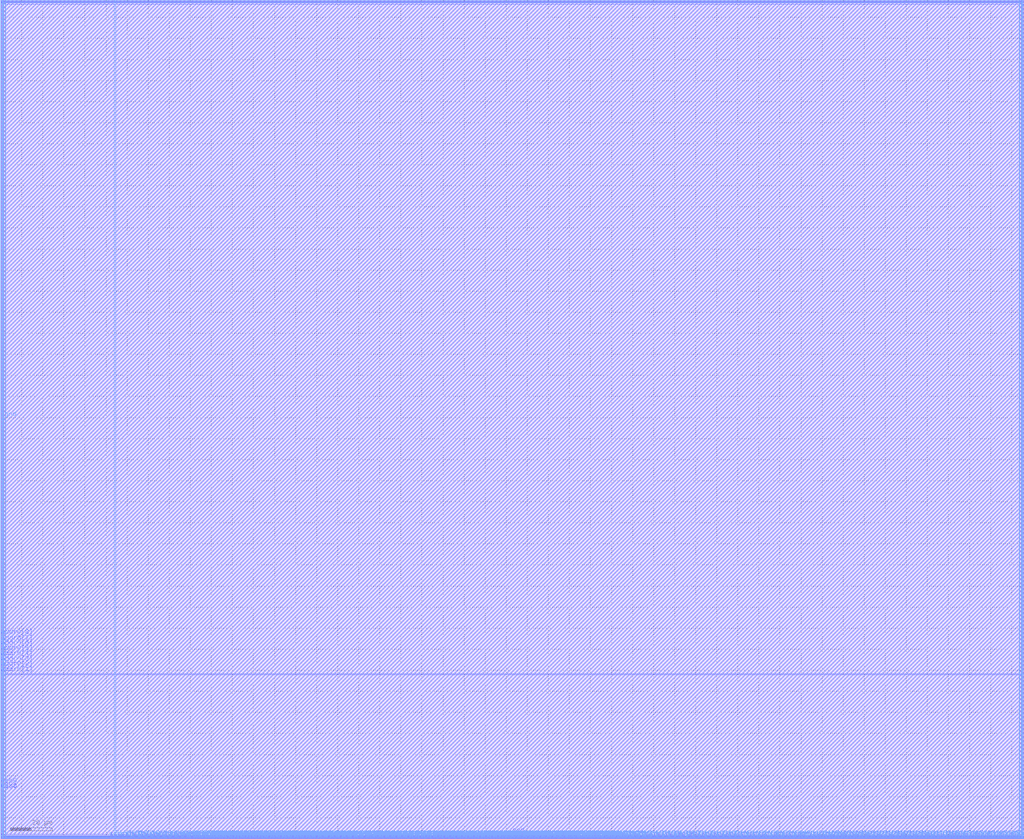
<source format=lef>
VERSION 5.4 ;
NAMESCASESENSITIVE ON ;
BUSBITCHARS "[]" ;
DIVIDERCHAR "/" ;
UNITS
  DATABASE MICRONS 2000 ;
END UNITS
MACRO sram_150b_512_1rw_freepdk45
   CLASS BLOCK ;
   SIZE 485.975 BY 398.375 ;
   SYMMETRY X Y R90 ;
   PIN din0[0]
      DIRECTION INPUT ;
      PORT
         LAYER metal4 ;
         RECT  54.1075 0.0 54.2475 0.14 ;
      END
   END din0[0]
   PIN din0[1]
      DIRECTION INPUT ;
      PORT
         LAYER metal4 ;
         RECT  56.9675 0.0 57.1075 0.14 ;
      END
   END din0[1]
   PIN din0[2]
      DIRECTION INPUT ;
      PORT
         LAYER metal4 ;
         RECT  59.8275 0.0 59.9675 0.14 ;
      END
   END din0[2]
   PIN din0[3]
      DIRECTION INPUT ;
      PORT
         LAYER metal4 ;
         RECT  62.6875 0.0 62.8275 0.14 ;
      END
   END din0[3]
   PIN din0[4]
      DIRECTION INPUT ;
      PORT
         LAYER metal4 ;
         RECT  65.5475 0.0 65.6875 0.14 ;
      END
   END din0[4]
   PIN din0[5]
      DIRECTION INPUT ;
      PORT
         LAYER metal4 ;
         RECT  68.4075 0.0 68.5475 0.14 ;
      END
   END din0[5]
   PIN din0[6]
      DIRECTION INPUT ;
      PORT
         LAYER metal4 ;
         RECT  71.2675 0.0 71.4075 0.14 ;
      END
   END din0[6]
   PIN din0[7]
      DIRECTION INPUT ;
      PORT
         LAYER metal4 ;
         RECT  74.1275 0.0 74.2675 0.14 ;
      END
   END din0[7]
   PIN din0[8]
      DIRECTION INPUT ;
      PORT
         LAYER metal4 ;
         RECT  76.9875 0.0 77.1275 0.14 ;
      END
   END din0[8]
   PIN din0[9]
      DIRECTION INPUT ;
      PORT
         LAYER metal4 ;
         RECT  79.8475 0.0 79.9875 0.14 ;
      END
   END din0[9]
   PIN din0[10]
      DIRECTION INPUT ;
      PORT
         LAYER metal4 ;
         RECT  82.7075 0.0 82.8475 0.14 ;
      END
   END din0[10]
   PIN din0[11]
      DIRECTION INPUT ;
      PORT
         LAYER metal4 ;
         RECT  85.5675 0.0 85.7075 0.14 ;
      END
   END din0[11]
   PIN din0[12]
      DIRECTION INPUT ;
      PORT
         LAYER metal4 ;
         RECT  88.4275 0.0 88.5675 0.14 ;
      END
   END din0[12]
   PIN din0[13]
      DIRECTION INPUT ;
      PORT
         LAYER metal4 ;
         RECT  91.2875 0.0 91.4275 0.14 ;
      END
   END din0[13]
   PIN din0[14]
      DIRECTION INPUT ;
      PORT
         LAYER metal4 ;
         RECT  94.1475 0.0 94.2875 0.14 ;
      END
   END din0[14]
   PIN din0[15]
      DIRECTION INPUT ;
      PORT
         LAYER metal4 ;
         RECT  97.0075 0.0 97.1475 0.14 ;
      END
   END din0[15]
   PIN din0[16]
      DIRECTION INPUT ;
      PORT
         LAYER metal4 ;
         RECT  99.8675 0.0 100.0075 0.14 ;
      END
   END din0[16]
   PIN din0[17]
      DIRECTION INPUT ;
      PORT
         LAYER metal4 ;
         RECT  102.7275 0.0 102.8675 0.14 ;
      END
   END din0[17]
   PIN din0[18]
      DIRECTION INPUT ;
      PORT
         LAYER metal4 ;
         RECT  105.5875 0.0 105.7275 0.14 ;
      END
   END din0[18]
   PIN din0[19]
      DIRECTION INPUT ;
      PORT
         LAYER metal4 ;
         RECT  108.4475 0.0 108.5875 0.14 ;
      END
   END din0[19]
   PIN din0[20]
      DIRECTION INPUT ;
      PORT
         LAYER metal4 ;
         RECT  111.3075 0.0 111.4475 0.14 ;
      END
   END din0[20]
   PIN din0[21]
      DIRECTION INPUT ;
      PORT
         LAYER metal4 ;
         RECT  114.1675 0.0 114.3075 0.14 ;
      END
   END din0[21]
   PIN din0[22]
      DIRECTION INPUT ;
      PORT
         LAYER metal4 ;
         RECT  117.0275 0.0 117.1675 0.14 ;
      END
   END din0[22]
   PIN din0[23]
      DIRECTION INPUT ;
      PORT
         LAYER metal4 ;
         RECT  119.8875 0.0 120.0275 0.14 ;
      END
   END din0[23]
   PIN din0[24]
      DIRECTION INPUT ;
      PORT
         LAYER metal4 ;
         RECT  122.7475 0.0 122.8875 0.14 ;
      END
   END din0[24]
   PIN din0[25]
      DIRECTION INPUT ;
      PORT
         LAYER metal4 ;
         RECT  125.6075 0.0 125.7475 0.14 ;
      END
   END din0[25]
   PIN din0[26]
      DIRECTION INPUT ;
      PORT
         LAYER metal4 ;
         RECT  128.4675 0.0 128.6075 0.14 ;
      END
   END din0[26]
   PIN din0[27]
      DIRECTION INPUT ;
      PORT
         LAYER metal4 ;
         RECT  131.3275 0.0 131.4675 0.14 ;
      END
   END din0[27]
   PIN din0[28]
      DIRECTION INPUT ;
      PORT
         LAYER metal4 ;
         RECT  134.1875 0.0 134.3275 0.14 ;
      END
   END din0[28]
   PIN din0[29]
      DIRECTION INPUT ;
      PORT
         LAYER metal4 ;
         RECT  137.0475 0.0 137.1875 0.14 ;
      END
   END din0[29]
   PIN din0[30]
      DIRECTION INPUT ;
      PORT
         LAYER metal4 ;
         RECT  139.9075 0.0 140.0475 0.14 ;
      END
   END din0[30]
   PIN din0[31]
      DIRECTION INPUT ;
      PORT
         LAYER metal4 ;
         RECT  142.7675 0.0 142.9075 0.14 ;
      END
   END din0[31]
   PIN din0[32]
      DIRECTION INPUT ;
      PORT
         LAYER metal4 ;
         RECT  145.6275 0.0 145.7675 0.14 ;
      END
   END din0[32]
   PIN din0[33]
      DIRECTION INPUT ;
      PORT
         LAYER metal4 ;
         RECT  148.4875 0.0 148.6275 0.14 ;
      END
   END din0[33]
   PIN din0[34]
      DIRECTION INPUT ;
      PORT
         LAYER metal4 ;
         RECT  151.3475 0.0 151.4875 0.14 ;
      END
   END din0[34]
   PIN din0[35]
      DIRECTION INPUT ;
      PORT
         LAYER metal4 ;
         RECT  154.2075 0.0 154.3475 0.14 ;
      END
   END din0[35]
   PIN din0[36]
      DIRECTION INPUT ;
      PORT
         LAYER metal4 ;
         RECT  157.0675 0.0 157.2075 0.14 ;
      END
   END din0[36]
   PIN din0[37]
      DIRECTION INPUT ;
      PORT
         LAYER metal4 ;
         RECT  159.9275 0.0 160.0675 0.14 ;
      END
   END din0[37]
   PIN din0[38]
      DIRECTION INPUT ;
      PORT
         LAYER metal4 ;
         RECT  162.7875 0.0 162.9275 0.14 ;
      END
   END din0[38]
   PIN din0[39]
      DIRECTION INPUT ;
      PORT
         LAYER metal4 ;
         RECT  165.6475 0.0 165.7875 0.14 ;
      END
   END din0[39]
   PIN din0[40]
      DIRECTION INPUT ;
      PORT
         LAYER metal4 ;
         RECT  168.5075 0.0 168.6475 0.14 ;
      END
   END din0[40]
   PIN din0[41]
      DIRECTION INPUT ;
      PORT
         LAYER metal4 ;
         RECT  171.3675 0.0 171.5075 0.14 ;
      END
   END din0[41]
   PIN din0[42]
      DIRECTION INPUT ;
      PORT
         LAYER metal4 ;
         RECT  174.2275 0.0 174.3675 0.14 ;
      END
   END din0[42]
   PIN din0[43]
      DIRECTION INPUT ;
      PORT
         LAYER metal4 ;
         RECT  177.0875 0.0 177.2275 0.14 ;
      END
   END din0[43]
   PIN din0[44]
      DIRECTION INPUT ;
      PORT
         LAYER metal4 ;
         RECT  179.9475 0.0 180.0875 0.14 ;
      END
   END din0[44]
   PIN din0[45]
      DIRECTION INPUT ;
      PORT
         LAYER metal4 ;
         RECT  182.8075 0.0 182.9475 0.14 ;
      END
   END din0[45]
   PIN din0[46]
      DIRECTION INPUT ;
      PORT
         LAYER metal4 ;
         RECT  185.6675 0.0 185.8075 0.14 ;
      END
   END din0[46]
   PIN din0[47]
      DIRECTION INPUT ;
      PORT
         LAYER metal4 ;
         RECT  188.5275 0.0 188.6675 0.14 ;
      END
   END din0[47]
   PIN din0[48]
      DIRECTION INPUT ;
      PORT
         LAYER metal4 ;
         RECT  191.3875 0.0 191.5275 0.14 ;
      END
   END din0[48]
   PIN din0[49]
      DIRECTION INPUT ;
      PORT
         LAYER metal4 ;
         RECT  194.2475 0.0 194.3875 0.14 ;
      END
   END din0[49]
   PIN din0[50]
      DIRECTION INPUT ;
      PORT
         LAYER metal4 ;
         RECT  197.1075 0.0 197.2475 0.14 ;
      END
   END din0[50]
   PIN din0[51]
      DIRECTION INPUT ;
      PORT
         LAYER metal4 ;
         RECT  199.9675 0.0 200.1075 0.14 ;
      END
   END din0[51]
   PIN din0[52]
      DIRECTION INPUT ;
      PORT
         LAYER metal4 ;
         RECT  202.8275 0.0 202.9675 0.14 ;
      END
   END din0[52]
   PIN din0[53]
      DIRECTION INPUT ;
      PORT
         LAYER metal4 ;
         RECT  205.6875 0.0 205.8275 0.14 ;
      END
   END din0[53]
   PIN din0[54]
      DIRECTION INPUT ;
      PORT
         LAYER metal4 ;
         RECT  208.5475 0.0 208.6875 0.14 ;
      END
   END din0[54]
   PIN din0[55]
      DIRECTION INPUT ;
      PORT
         LAYER metal4 ;
         RECT  211.4075 0.0 211.5475 0.14 ;
      END
   END din0[55]
   PIN din0[56]
      DIRECTION INPUT ;
      PORT
         LAYER metal4 ;
         RECT  214.2675 0.0 214.4075 0.14 ;
      END
   END din0[56]
   PIN din0[57]
      DIRECTION INPUT ;
      PORT
         LAYER metal4 ;
         RECT  217.1275 0.0 217.2675 0.14 ;
      END
   END din0[57]
   PIN din0[58]
      DIRECTION INPUT ;
      PORT
         LAYER metal4 ;
         RECT  219.9875 0.0 220.1275 0.14 ;
      END
   END din0[58]
   PIN din0[59]
      DIRECTION INPUT ;
      PORT
         LAYER metal4 ;
         RECT  222.8475 0.0 222.9875 0.14 ;
      END
   END din0[59]
   PIN din0[60]
      DIRECTION INPUT ;
      PORT
         LAYER metal4 ;
         RECT  225.7075 0.0 225.8475 0.14 ;
      END
   END din0[60]
   PIN din0[61]
      DIRECTION INPUT ;
      PORT
         LAYER metal4 ;
         RECT  228.5675 0.0 228.7075 0.14 ;
      END
   END din0[61]
   PIN din0[62]
      DIRECTION INPUT ;
      PORT
         LAYER metal4 ;
         RECT  231.4275 0.0 231.5675 0.14 ;
      END
   END din0[62]
   PIN din0[63]
      DIRECTION INPUT ;
      PORT
         LAYER metal4 ;
         RECT  234.2875 0.0 234.4275 0.14 ;
      END
   END din0[63]
   PIN din0[64]
      DIRECTION INPUT ;
      PORT
         LAYER metal4 ;
         RECT  237.1475 0.0 237.2875 0.14 ;
      END
   END din0[64]
   PIN din0[65]
      DIRECTION INPUT ;
      PORT
         LAYER metal4 ;
         RECT  240.0075 0.0 240.1475 0.14 ;
      END
   END din0[65]
   PIN din0[66]
      DIRECTION INPUT ;
      PORT
         LAYER metal4 ;
         RECT  242.8675 0.0 243.0075 0.14 ;
      END
   END din0[66]
   PIN din0[67]
      DIRECTION INPUT ;
      PORT
         LAYER metal4 ;
         RECT  245.7275 0.0 245.8675 0.14 ;
      END
   END din0[67]
   PIN din0[68]
      DIRECTION INPUT ;
      PORT
         LAYER metal4 ;
         RECT  248.5875 0.0 248.7275 0.14 ;
      END
   END din0[68]
   PIN din0[69]
      DIRECTION INPUT ;
      PORT
         LAYER metal4 ;
         RECT  251.4475 0.0 251.5875 0.14 ;
      END
   END din0[69]
   PIN din0[70]
      DIRECTION INPUT ;
      PORT
         LAYER metal4 ;
         RECT  254.3075 0.0 254.4475 0.14 ;
      END
   END din0[70]
   PIN din0[71]
      DIRECTION INPUT ;
      PORT
         LAYER metal4 ;
         RECT  257.1675 0.0 257.3075 0.14 ;
      END
   END din0[71]
   PIN din0[72]
      DIRECTION INPUT ;
      PORT
         LAYER metal4 ;
         RECT  260.0275 0.0 260.1675 0.14 ;
      END
   END din0[72]
   PIN din0[73]
      DIRECTION INPUT ;
      PORT
         LAYER metal4 ;
         RECT  262.8875 0.0 263.0275 0.14 ;
      END
   END din0[73]
   PIN din0[74]
      DIRECTION INPUT ;
      PORT
         LAYER metal4 ;
         RECT  265.7475 0.0 265.8875 0.14 ;
      END
   END din0[74]
   PIN din0[75]
      DIRECTION INPUT ;
      PORT
         LAYER metal4 ;
         RECT  268.6075 0.0 268.7475 0.14 ;
      END
   END din0[75]
   PIN din0[76]
      DIRECTION INPUT ;
      PORT
         LAYER metal4 ;
         RECT  271.4675 0.0 271.6075 0.14 ;
      END
   END din0[76]
   PIN din0[77]
      DIRECTION INPUT ;
      PORT
         LAYER metal4 ;
         RECT  274.3275 0.0 274.4675 0.14 ;
      END
   END din0[77]
   PIN din0[78]
      DIRECTION INPUT ;
      PORT
         LAYER metal4 ;
         RECT  277.1875 0.0 277.3275 0.14 ;
      END
   END din0[78]
   PIN din0[79]
      DIRECTION INPUT ;
      PORT
         LAYER metal4 ;
         RECT  280.0475 0.0 280.1875 0.14 ;
      END
   END din0[79]
   PIN din0[80]
      DIRECTION INPUT ;
      PORT
         LAYER metal4 ;
         RECT  282.9075 0.0 283.0475 0.14 ;
      END
   END din0[80]
   PIN din0[81]
      DIRECTION INPUT ;
      PORT
         LAYER metal4 ;
         RECT  285.7675 0.0 285.9075 0.14 ;
      END
   END din0[81]
   PIN din0[82]
      DIRECTION INPUT ;
      PORT
         LAYER metal4 ;
         RECT  288.6275 0.0 288.7675 0.14 ;
      END
   END din0[82]
   PIN din0[83]
      DIRECTION INPUT ;
      PORT
         LAYER metal4 ;
         RECT  291.4875 0.0 291.6275 0.14 ;
      END
   END din0[83]
   PIN din0[84]
      DIRECTION INPUT ;
      PORT
         LAYER metal4 ;
         RECT  294.3475 0.0 294.4875 0.14 ;
      END
   END din0[84]
   PIN din0[85]
      DIRECTION INPUT ;
      PORT
         LAYER metal4 ;
         RECT  297.2075 0.0 297.3475 0.14 ;
      END
   END din0[85]
   PIN din0[86]
      DIRECTION INPUT ;
      PORT
         LAYER metal4 ;
         RECT  300.0675 0.0 300.2075 0.14 ;
      END
   END din0[86]
   PIN din0[87]
      DIRECTION INPUT ;
      PORT
         LAYER metal4 ;
         RECT  302.9275 0.0 303.0675 0.14 ;
      END
   END din0[87]
   PIN din0[88]
      DIRECTION INPUT ;
      PORT
         LAYER metal4 ;
         RECT  305.7875 0.0 305.9275 0.14 ;
      END
   END din0[88]
   PIN din0[89]
      DIRECTION INPUT ;
      PORT
         LAYER metal4 ;
         RECT  308.6475 0.0 308.7875 0.14 ;
      END
   END din0[89]
   PIN din0[90]
      DIRECTION INPUT ;
      PORT
         LAYER metal4 ;
         RECT  311.5075 0.0 311.6475 0.14 ;
      END
   END din0[90]
   PIN din0[91]
      DIRECTION INPUT ;
      PORT
         LAYER metal4 ;
         RECT  314.3675 0.0 314.5075 0.14 ;
      END
   END din0[91]
   PIN din0[92]
      DIRECTION INPUT ;
      PORT
         LAYER metal4 ;
         RECT  317.2275 0.0 317.3675 0.14 ;
      END
   END din0[92]
   PIN din0[93]
      DIRECTION INPUT ;
      PORT
         LAYER metal4 ;
         RECT  320.0875 0.0 320.2275 0.14 ;
      END
   END din0[93]
   PIN din0[94]
      DIRECTION INPUT ;
      PORT
         LAYER metal4 ;
         RECT  322.9475 0.0 323.0875 0.14 ;
      END
   END din0[94]
   PIN din0[95]
      DIRECTION INPUT ;
      PORT
         LAYER metal4 ;
         RECT  325.8075 0.0 325.9475 0.14 ;
      END
   END din0[95]
   PIN din0[96]
      DIRECTION INPUT ;
      PORT
         LAYER metal4 ;
         RECT  328.6675 0.0 328.8075 0.14 ;
      END
   END din0[96]
   PIN din0[97]
      DIRECTION INPUT ;
      PORT
         LAYER metal4 ;
         RECT  331.5275 0.0 331.6675 0.14 ;
      END
   END din0[97]
   PIN din0[98]
      DIRECTION INPUT ;
      PORT
         LAYER metal4 ;
         RECT  334.3875 0.0 334.5275 0.14 ;
      END
   END din0[98]
   PIN din0[99]
      DIRECTION INPUT ;
      PORT
         LAYER metal4 ;
         RECT  337.2475 0.0 337.3875 0.14 ;
      END
   END din0[99]
   PIN din0[100]
      DIRECTION INPUT ;
      PORT
         LAYER metal4 ;
         RECT  340.1075 0.0 340.2475 0.14 ;
      END
   END din0[100]
   PIN din0[101]
      DIRECTION INPUT ;
      PORT
         LAYER metal4 ;
         RECT  342.9675 0.0 343.1075 0.14 ;
      END
   END din0[101]
   PIN din0[102]
      DIRECTION INPUT ;
      PORT
         LAYER metal4 ;
         RECT  345.8275 0.0 345.9675 0.14 ;
      END
   END din0[102]
   PIN din0[103]
      DIRECTION INPUT ;
      PORT
         LAYER metal4 ;
         RECT  348.6875 0.0 348.8275 0.14 ;
      END
   END din0[103]
   PIN din0[104]
      DIRECTION INPUT ;
      PORT
         LAYER metal4 ;
         RECT  351.5475 0.0 351.6875 0.14 ;
      END
   END din0[104]
   PIN din0[105]
      DIRECTION INPUT ;
      PORT
         LAYER metal4 ;
         RECT  354.4075 0.0 354.5475 0.14 ;
      END
   END din0[105]
   PIN din0[106]
      DIRECTION INPUT ;
      PORT
         LAYER metal4 ;
         RECT  357.2675 0.0 357.4075 0.14 ;
      END
   END din0[106]
   PIN din0[107]
      DIRECTION INPUT ;
      PORT
         LAYER metal4 ;
         RECT  360.1275 0.0 360.2675 0.14 ;
      END
   END din0[107]
   PIN din0[108]
      DIRECTION INPUT ;
      PORT
         LAYER metal4 ;
         RECT  362.9875 0.0 363.1275 0.14 ;
      END
   END din0[108]
   PIN din0[109]
      DIRECTION INPUT ;
      PORT
         LAYER metal4 ;
         RECT  365.8475 0.0 365.9875 0.14 ;
      END
   END din0[109]
   PIN din0[110]
      DIRECTION INPUT ;
      PORT
         LAYER metal4 ;
         RECT  368.7075 0.0 368.8475 0.14 ;
      END
   END din0[110]
   PIN din0[111]
      DIRECTION INPUT ;
      PORT
         LAYER metal4 ;
         RECT  371.5675 0.0 371.7075 0.14 ;
      END
   END din0[111]
   PIN din0[112]
      DIRECTION INPUT ;
      PORT
         LAYER metal4 ;
         RECT  374.4275 0.0 374.5675 0.14 ;
      END
   END din0[112]
   PIN din0[113]
      DIRECTION INPUT ;
      PORT
         LAYER metal4 ;
         RECT  377.2875 0.0 377.4275 0.14 ;
      END
   END din0[113]
   PIN din0[114]
      DIRECTION INPUT ;
      PORT
         LAYER metal4 ;
         RECT  380.1475 0.0 380.2875 0.14 ;
      END
   END din0[114]
   PIN din0[115]
      DIRECTION INPUT ;
      PORT
         LAYER metal4 ;
         RECT  383.0075 0.0 383.1475 0.14 ;
      END
   END din0[115]
   PIN din0[116]
      DIRECTION INPUT ;
      PORT
         LAYER metal4 ;
         RECT  385.8675 0.0 386.0075 0.14 ;
      END
   END din0[116]
   PIN din0[117]
      DIRECTION INPUT ;
      PORT
         LAYER metal4 ;
         RECT  388.7275 0.0 388.8675 0.14 ;
      END
   END din0[117]
   PIN din0[118]
      DIRECTION INPUT ;
      PORT
         LAYER metal4 ;
         RECT  391.5875 0.0 391.7275 0.14 ;
      END
   END din0[118]
   PIN din0[119]
      DIRECTION INPUT ;
      PORT
         LAYER metal4 ;
         RECT  394.4475 0.0 394.5875 0.14 ;
      END
   END din0[119]
   PIN din0[120]
      DIRECTION INPUT ;
      PORT
         LAYER metal4 ;
         RECT  397.3075 0.0 397.4475 0.14 ;
      END
   END din0[120]
   PIN din0[121]
      DIRECTION INPUT ;
      PORT
         LAYER metal4 ;
         RECT  400.1675 0.0 400.3075 0.14 ;
      END
   END din0[121]
   PIN din0[122]
      DIRECTION INPUT ;
      PORT
         LAYER metal4 ;
         RECT  403.0275 0.0 403.1675 0.14 ;
      END
   END din0[122]
   PIN din0[123]
      DIRECTION INPUT ;
      PORT
         LAYER metal4 ;
         RECT  405.8875 0.0 406.0275 0.14 ;
      END
   END din0[123]
   PIN din0[124]
      DIRECTION INPUT ;
      PORT
         LAYER metal4 ;
         RECT  408.7475 0.0 408.8875 0.14 ;
      END
   END din0[124]
   PIN din0[125]
      DIRECTION INPUT ;
      PORT
         LAYER metal4 ;
         RECT  411.6075 0.0 411.7475 0.14 ;
      END
   END din0[125]
   PIN din0[126]
      DIRECTION INPUT ;
      PORT
         LAYER metal4 ;
         RECT  414.4675 0.0 414.6075 0.14 ;
      END
   END din0[126]
   PIN din0[127]
      DIRECTION INPUT ;
      PORT
         LAYER metal4 ;
         RECT  417.3275 0.0 417.4675 0.14 ;
      END
   END din0[127]
   PIN din0[128]
      DIRECTION INPUT ;
      PORT
         LAYER metal4 ;
         RECT  420.1875 0.0 420.3275 0.14 ;
      END
   END din0[128]
   PIN din0[129]
      DIRECTION INPUT ;
      PORT
         LAYER metal4 ;
         RECT  423.0475 0.0 423.1875 0.14 ;
      END
   END din0[129]
   PIN din0[130]
      DIRECTION INPUT ;
      PORT
         LAYER metal4 ;
         RECT  425.9075 0.0 426.0475 0.14 ;
      END
   END din0[130]
   PIN din0[131]
      DIRECTION INPUT ;
      PORT
         LAYER metal4 ;
         RECT  428.7675 0.0 428.9075 0.14 ;
      END
   END din0[131]
   PIN din0[132]
      DIRECTION INPUT ;
      PORT
         LAYER metal4 ;
         RECT  431.6275 0.0 431.7675 0.14 ;
      END
   END din0[132]
   PIN din0[133]
      DIRECTION INPUT ;
      PORT
         LAYER metal4 ;
         RECT  434.4875 0.0 434.6275 0.14 ;
      END
   END din0[133]
   PIN din0[134]
      DIRECTION INPUT ;
      PORT
         LAYER metal4 ;
         RECT  437.3475 0.0 437.4875 0.14 ;
      END
   END din0[134]
   PIN din0[135]
      DIRECTION INPUT ;
      PORT
         LAYER metal4 ;
         RECT  440.2075 0.0 440.3475 0.14 ;
      END
   END din0[135]
   PIN din0[136]
      DIRECTION INPUT ;
      PORT
         LAYER metal4 ;
         RECT  443.0675 0.0 443.2075 0.14 ;
      END
   END din0[136]
   PIN din0[137]
      DIRECTION INPUT ;
      PORT
         LAYER metal4 ;
         RECT  445.9275 0.0 446.0675 0.14 ;
      END
   END din0[137]
   PIN din0[138]
      DIRECTION INPUT ;
      PORT
         LAYER metal4 ;
         RECT  448.7875 0.0 448.9275 0.14 ;
      END
   END din0[138]
   PIN din0[139]
      DIRECTION INPUT ;
      PORT
         LAYER metal4 ;
         RECT  451.6475 0.0 451.7875 0.14 ;
      END
   END din0[139]
   PIN din0[140]
      DIRECTION INPUT ;
      PORT
         LAYER metal4 ;
         RECT  454.5075 0.0 454.6475 0.14 ;
      END
   END din0[140]
   PIN din0[141]
      DIRECTION INPUT ;
      PORT
         LAYER metal4 ;
         RECT  457.3675 0.0 457.5075 0.14 ;
      END
   END din0[141]
   PIN din0[142]
      DIRECTION INPUT ;
      PORT
         LAYER metal4 ;
         RECT  460.2275 0.0 460.3675 0.14 ;
      END
   END din0[142]
   PIN din0[143]
      DIRECTION INPUT ;
      PORT
         LAYER metal4 ;
         RECT  463.0875 0.0 463.2275 0.14 ;
      END
   END din0[143]
   PIN din0[144]
      DIRECTION INPUT ;
      PORT
         LAYER metal4 ;
         RECT  465.9475 0.0 466.0875 0.14 ;
      END
   END din0[144]
   PIN din0[145]
      DIRECTION INPUT ;
      PORT
         LAYER metal4 ;
         RECT  468.8075 0.0 468.9475 0.14 ;
      END
   END din0[145]
   PIN din0[146]
      DIRECTION INPUT ;
      PORT
         LAYER metal4 ;
         RECT  471.6675 0.0 471.8075 0.14 ;
      END
   END din0[146]
   PIN din0[147]
      DIRECTION INPUT ;
      PORT
         LAYER metal4 ;
         RECT  474.5275 0.0 474.6675 0.14 ;
      END
   END din0[147]
   PIN din0[148]
      DIRECTION INPUT ;
      PORT
         LAYER metal4 ;
         RECT  477.3875 0.0 477.5275 0.14 ;
      END
   END din0[148]
   PIN din0[149]
      DIRECTION INPUT ;
      PORT
         LAYER metal4 ;
         RECT  480.2475 0.0 480.3875 0.14 ;
      END
   END din0[149]
   PIN addr0[0]
      DIRECTION INPUT ;
      PORT
         LAYER metal4 ;
         RECT  51.2475 0.0 51.3875 0.14 ;
      END
   END addr0[0]
   PIN addr0[1]
      DIRECTION INPUT ;
      PORT
         LAYER metal3 ;
         RECT  0.0 78.02 0.14 78.16 ;
      END
   END addr0[1]
   PIN addr0[2]
      DIRECTION INPUT ;
      PORT
         LAYER metal3 ;
         RECT  0.0 80.75 0.14 80.89 ;
      END
   END addr0[2]
   PIN addr0[3]
      DIRECTION INPUT ;
      PORT
         LAYER metal3 ;
         RECT  0.0 82.96 0.14 83.1 ;
      END
   END addr0[3]
   PIN addr0[4]
      DIRECTION INPUT ;
      PORT
         LAYER metal3 ;
         RECT  0.0 85.69 0.14 85.83 ;
      END
   END addr0[4]
   PIN addr0[5]
      DIRECTION INPUT ;
      PORT
         LAYER metal3 ;
         RECT  0.0 87.9 0.14 88.04 ;
      END
   END addr0[5]
   PIN addr0[6]
      DIRECTION INPUT ;
      PORT
         LAYER metal3 ;
         RECT  0.0 90.63 0.14 90.77 ;
      END
   END addr0[6]
   PIN addr0[7]
      DIRECTION INPUT ;
      PORT
         LAYER metal3 ;
         RECT  0.0 92.84 0.14 92.98 ;
      END
   END addr0[7]
   PIN addr0[8]
      DIRECTION INPUT ;
      PORT
         LAYER metal3 ;
         RECT  0.0 95.57 0.14 95.71 ;
      END
   END addr0[8]
   PIN csb0
      DIRECTION INPUT ;
      PORT
         LAYER metal3 ;
         RECT  0.0 22.38 0.14 22.52 ;
      END
   END csb0
   PIN web0
      DIRECTION INPUT ;
      PORT
         LAYER metal3 ;
         RECT  0.0 25.11 0.14 25.25 ;
      END
   END web0
   PIN clk0
      DIRECTION INPUT ;
      PORT
         LAYER metal3 ;
         RECT  0.0 22.615 0.14 22.755 ;
      END
   END clk0
   PIN dout0[0]
      DIRECTION OUTPUT ;
      PORT
         LAYER metal4 ;
         RECT  79.09 0.0 79.23 0.14 ;
      END
   END dout0[0]
   PIN dout0[1]
      DIRECTION OUTPUT ;
      PORT
         LAYER metal4 ;
         RECT  80.8575 0.0 80.9975 0.14 ;
      END
   END dout0[1]
   PIN dout0[2]
      DIRECTION OUTPUT ;
      PORT
         LAYER metal4 ;
         RECT  81.95 0.0 82.09 0.14 ;
      END
   END dout0[2]
   PIN dout0[3]
      DIRECTION OUTPUT ;
      PORT
         LAYER metal4 ;
         RECT  83.6775 0.0 83.8175 0.14 ;
      END
   END dout0[3]
   PIN dout0[4]
      DIRECTION OUTPUT ;
      PORT
         LAYER metal4 ;
         RECT  84.81 0.0 84.95 0.14 ;
      END
   END dout0[4]
   PIN dout0[5]
      DIRECTION OUTPUT ;
      PORT
         LAYER metal4 ;
         RECT  86.4975 0.0 86.6375 0.14 ;
      END
   END dout0[5]
   PIN dout0[6]
      DIRECTION OUTPUT ;
      PORT
         LAYER metal4 ;
         RECT  87.67 0.0 87.81 0.14 ;
      END
   END dout0[6]
   PIN dout0[7]
      DIRECTION OUTPUT ;
      PORT
         LAYER metal4 ;
         RECT  89.3175 0.0 89.4575 0.14 ;
      END
   END dout0[7]
   PIN dout0[8]
      DIRECTION OUTPUT ;
      PORT
         LAYER metal4 ;
         RECT  90.4925 0.0 90.6325 0.14 ;
      END
   END dout0[8]
   PIN dout0[9]
      DIRECTION OUTPUT ;
      PORT
         LAYER metal4 ;
         RECT  92.1375 0.0 92.2775 0.14 ;
      END
   END dout0[9]
   PIN dout0[10]
      DIRECTION OUTPUT ;
      PORT
         LAYER metal4 ;
         RECT  93.3125 0.0 93.4525 0.14 ;
      END
   END dout0[10]
   PIN dout0[11]
      DIRECTION OUTPUT ;
      PORT
         LAYER metal4 ;
         RECT  94.9575 0.0 95.0975 0.14 ;
      END
   END dout0[11]
   PIN dout0[12]
      DIRECTION OUTPUT ;
      PORT
         LAYER metal4 ;
         RECT  96.25 0.0 96.39 0.14 ;
      END
   END dout0[12]
   PIN dout0[13]
      DIRECTION OUTPUT ;
      PORT
         LAYER metal4 ;
         RECT  97.7775 0.0 97.9175 0.14 ;
      END
   END dout0[13]
   PIN dout0[14]
      DIRECTION OUTPUT ;
      PORT
         LAYER metal4 ;
         RECT  99.11 0.0 99.25 0.14 ;
      END
   END dout0[14]
   PIN dout0[15]
      DIRECTION OUTPUT ;
      PORT
         LAYER metal4 ;
         RECT  100.5975 0.0 100.7375 0.14 ;
      END
   END dout0[15]
   PIN dout0[16]
      DIRECTION OUTPUT ;
      PORT
         LAYER metal4 ;
         RECT  101.97 0.0 102.11 0.14 ;
      END
   END dout0[16]
   PIN dout0[17]
      DIRECTION OUTPUT ;
      PORT
         LAYER metal4 ;
         RECT  103.4175 0.0 103.5575 0.14 ;
      END
   END dout0[17]
   PIN dout0[18]
      DIRECTION OUTPUT ;
      PORT
         LAYER metal4 ;
         RECT  104.8275 0.0 104.9675 0.14 ;
      END
   END dout0[18]
   PIN dout0[19]
      DIRECTION OUTPUT ;
      PORT
         LAYER metal4 ;
         RECT  106.2375 0.0 106.3775 0.14 ;
      END
   END dout0[19]
   PIN dout0[20]
      DIRECTION OUTPUT ;
      PORT
         LAYER metal4 ;
         RECT  107.6475 0.0 107.7875 0.14 ;
      END
   END dout0[20]
   PIN dout0[21]
      DIRECTION OUTPUT ;
      PORT
         LAYER metal4 ;
         RECT  109.0575 0.0 109.1975 0.14 ;
      END
   END dout0[21]
   PIN dout0[22]
      DIRECTION OUTPUT ;
      PORT
         LAYER metal4 ;
         RECT  110.4675 0.0 110.6075 0.14 ;
      END
   END dout0[22]
   PIN dout0[23]
      DIRECTION OUTPUT ;
      PORT
         LAYER metal4 ;
         RECT  111.8775 0.0 112.0175 0.14 ;
      END
   END dout0[23]
   PIN dout0[24]
      DIRECTION OUTPUT ;
      PORT
         LAYER metal4 ;
         RECT  113.2875 0.0 113.4275 0.14 ;
      END
   END dout0[24]
   PIN dout0[25]
      DIRECTION OUTPUT ;
      PORT
         LAYER metal4 ;
         RECT  114.6975 0.0 114.8375 0.14 ;
      END
   END dout0[25]
   PIN dout0[26]
      DIRECTION OUTPUT ;
      PORT
         LAYER metal4 ;
         RECT  116.1075 0.0 116.2475 0.14 ;
      END
   END dout0[26]
   PIN dout0[27]
      DIRECTION OUTPUT ;
      PORT
         LAYER metal4 ;
         RECT  117.5175 0.0 117.6575 0.14 ;
      END
   END dout0[27]
   PIN dout0[28]
      DIRECTION OUTPUT ;
      PORT
         LAYER metal4 ;
         RECT  118.9275 0.0 119.0675 0.14 ;
      END
   END dout0[28]
   PIN dout0[29]
      DIRECTION OUTPUT ;
      PORT
         LAYER metal4 ;
         RECT  120.3375 0.0 120.4775 0.14 ;
      END
   END dout0[29]
   PIN dout0[30]
      DIRECTION OUTPUT ;
      PORT
         LAYER metal4 ;
         RECT  121.7475 0.0 121.8875 0.14 ;
      END
   END dout0[30]
   PIN dout0[31]
      DIRECTION OUTPUT ;
      PORT
         LAYER metal4 ;
         RECT  123.1575 0.0 123.2975 0.14 ;
      END
   END dout0[31]
   PIN dout0[32]
      DIRECTION OUTPUT ;
      PORT
         LAYER metal4 ;
         RECT  124.5675 0.0 124.7075 0.14 ;
      END
   END dout0[32]
   PIN dout0[33]
      DIRECTION OUTPUT ;
      PORT
         LAYER metal4 ;
         RECT  125.9775 0.0 126.1175 0.14 ;
      END
   END dout0[33]
   PIN dout0[34]
      DIRECTION OUTPUT ;
      PORT
         LAYER metal4 ;
         RECT  127.3875 0.0 127.5275 0.14 ;
      END
   END dout0[34]
   PIN dout0[35]
      DIRECTION OUTPUT ;
      PORT
         LAYER metal4 ;
         RECT  128.7975 0.0 128.9375 0.14 ;
      END
   END dout0[35]
   PIN dout0[36]
      DIRECTION OUTPUT ;
      PORT
         LAYER metal4 ;
         RECT  130.2075 0.0 130.3475 0.14 ;
      END
   END dout0[36]
   PIN dout0[37]
      DIRECTION OUTPUT ;
      PORT
         LAYER metal4 ;
         RECT  131.6175 0.0 131.7575 0.14 ;
      END
   END dout0[37]
   PIN dout0[38]
      DIRECTION OUTPUT ;
      PORT
         LAYER metal4 ;
         RECT  133.0275 0.0 133.1675 0.14 ;
      END
   END dout0[38]
   PIN dout0[39]
      DIRECTION OUTPUT ;
      PORT
         LAYER metal4 ;
         RECT  134.4725 0.0 134.6125 0.14 ;
      END
   END dout0[39]
   PIN dout0[40]
      DIRECTION OUTPUT ;
      PORT
         LAYER metal4 ;
         RECT  135.8475 0.0 135.9875 0.14 ;
      END
   END dout0[40]
   PIN dout0[41]
      DIRECTION OUTPUT ;
      PORT
         LAYER metal4 ;
         RECT  137.3325 0.0 137.4725 0.14 ;
      END
   END dout0[41]
   PIN dout0[42]
      DIRECTION OUTPUT ;
      PORT
         LAYER metal4 ;
         RECT  138.6675 0.0 138.8075 0.14 ;
      END
   END dout0[42]
   PIN dout0[43]
      DIRECTION OUTPUT ;
      PORT
         LAYER metal4 ;
         RECT  140.1925 0.0 140.3325 0.14 ;
      END
   END dout0[43]
   PIN dout0[44]
      DIRECTION OUTPUT ;
      PORT
         LAYER metal4 ;
         RECT  141.4875 0.0 141.6275 0.14 ;
      END
   END dout0[44]
   PIN dout0[45]
      DIRECTION OUTPUT ;
      PORT
         LAYER metal4 ;
         RECT  143.0525 0.0 143.1925 0.14 ;
      END
   END dout0[45]
   PIN dout0[46]
      DIRECTION OUTPUT ;
      PORT
         LAYER metal4 ;
         RECT  144.3075 0.0 144.4475 0.14 ;
      END
   END dout0[46]
   PIN dout0[47]
      DIRECTION OUTPUT ;
      PORT
         LAYER metal4 ;
         RECT  145.9125 0.0 146.0525 0.14 ;
      END
   END dout0[47]
   PIN dout0[48]
      DIRECTION OUTPUT ;
      PORT
         LAYER metal4 ;
         RECT  147.1275 0.0 147.2675 0.14 ;
      END
   END dout0[48]
   PIN dout0[49]
      DIRECTION OUTPUT ;
      PORT
         LAYER metal4 ;
         RECT  148.7725 0.0 148.9125 0.14 ;
      END
   END dout0[49]
   PIN dout0[50]
      DIRECTION OUTPUT ;
      PORT
         LAYER metal4 ;
         RECT  149.9475 0.0 150.0875 0.14 ;
      END
   END dout0[50]
   PIN dout0[51]
      DIRECTION OUTPUT ;
      PORT
         LAYER metal4 ;
         RECT  151.6325 0.0 151.7725 0.14 ;
      END
   END dout0[51]
   PIN dout0[52]
      DIRECTION OUTPUT ;
      PORT
         LAYER metal4 ;
         RECT  152.7675 0.0 152.9075 0.14 ;
      END
   END dout0[52]
   PIN dout0[53]
      DIRECTION OUTPUT ;
      PORT
         LAYER metal4 ;
         RECT  154.4925 0.0 154.6325 0.14 ;
      END
   END dout0[53]
   PIN dout0[54]
      DIRECTION OUTPUT ;
      PORT
         LAYER metal4 ;
         RECT  155.5875 0.0 155.7275 0.14 ;
      END
   END dout0[54]
   PIN dout0[55]
      DIRECTION OUTPUT ;
      PORT
         LAYER metal4 ;
         RECT  157.3525 0.0 157.4925 0.14 ;
      END
   END dout0[55]
   PIN dout0[56]
      DIRECTION OUTPUT ;
      PORT
         LAYER metal4 ;
         RECT  158.4075 0.0 158.5475 0.14 ;
      END
   END dout0[56]
   PIN dout0[57]
      DIRECTION OUTPUT ;
      PORT
         LAYER metal4 ;
         RECT  160.39 0.0 160.53 0.14 ;
      END
   END dout0[57]
   PIN dout0[58]
      DIRECTION OUTPUT ;
      PORT
         LAYER metal4 ;
         RECT  161.2275 0.0 161.3675 0.14 ;
      END
   END dout0[58]
   PIN dout0[59]
      DIRECTION OUTPUT ;
      PORT
         LAYER metal4 ;
         RECT  163.21 0.0 163.35 0.14 ;
      END
   END dout0[59]
   PIN dout0[60]
      DIRECTION OUTPUT ;
      PORT
         LAYER metal4 ;
         RECT  164.0475 0.0 164.1875 0.14 ;
      END
   END dout0[60]
   PIN dout0[61]
      DIRECTION OUTPUT ;
      PORT
         LAYER metal4 ;
         RECT  164.89 0.0 165.03 0.14 ;
      END
   END dout0[61]
   PIN dout0[62]
      DIRECTION OUTPUT ;
      PORT
         LAYER metal4 ;
         RECT  166.8675 0.0 167.0075 0.14 ;
      END
   END dout0[62]
   PIN dout0[63]
      DIRECTION OUTPUT ;
      PORT
         LAYER metal4 ;
         RECT  167.75 0.0 167.89 0.14 ;
      END
   END dout0[63]
   PIN dout0[64]
      DIRECTION OUTPUT ;
      PORT
         LAYER metal4 ;
         RECT  169.6875 0.0 169.8275 0.14 ;
      END
   END dout0[64]
   PIN dout0[65]
      DIRECTION OUTPUT ;
      PORT
         LAYER metal4 ;
         RECT  170.61 0.0 170.75 0.14 ;
      END
   END dout0[65]
   PIN dout0[66]
      DIRECTION OUTPUT ;
      PORT
         LAYER metal4 ;
         RECT  172.5075 0.0 172.6475 0.14 ;
      END
   END dout0[66]
   PIN dout0[67]
      DIRECTION OUTPUT ;
      PORT
         LAYER metal4 ;
         RECT  173.47 0.0 173.61 0.14 ;
      END
   END dout0[67]
   PIN dout0[68]
      DIRECTION OUTPUT ;
      PORT
         LAYER metal4 ;
         RECT  175.3275 0.0 175.4675 0.14 ;
      END
   END dout0[68]
   PIN dout0[69]
      DIRECTION OUTPUT ;
      PORT
         LAYER metal4 ;
         RECT  176.33 0.0 176.47 0.14 ;
      END
   END dout0[69]
   PIN dout0[70]
      DIRECTION OUTPUT ;
      PORT
         LAYER metal4 ;
         RECT  178.1475 0.0 178.2875 0.14 ;
      END
   END dout0[70]
   PIN dout0[71]
      DIRECTION OUTPUT ;
      PORT
         LAYER metal4 ;
         RECT  179.19 0.0 179.33 0.14 ;
      END
   END dout0[71]
   PIN dout0[72]
      DIRECTION OUTPUT ;
      PORT
         LAYER metal4 ;
         RECT  180.9675 0.0 181.1075 0.14 ;
      END
   END dout0[72]
   PIN dout0[73]
      DIRECTION OUTPUT ;
      PORT
         LAYER metal4 ;
         RECT  182.05 0.0 182.19 0.14 ;
      END
   END dout0[73]
   PIN dout0[74]
      DIRECTION OUTPUT ;
      PORT
         LAYER metal4 ;
         RECT  183.7875 0.0 183.9275 0.14 ;
      END
   END dout0[74]
   PIN dout0[75]
      DIRECTION OUTPUT ;
      PORT
         LAYER metal4 ;
         RECT  184.91 0.0 185.05 0.14 ;
      END
   END dout0[75]
   PIN dout0[76]
      DIRECTION OUTPUT ;
      PORT
         LAYER metal4 ;
         RECT  186.6075 0.0 186.7475 0.14 ;
      END
   END dout0[76]
   PIN dout0[77]
      DIRECTION OUTPUT ;
      PORT
         LAYER metal4 ;
         RECT  187.77 0.0 187.91 0.14 ;
      END
   END dout0[77]
   PIN dout0[78]
      DIRECTION OUTPUT ;
      PORT
         LAYER metal4 ;
         RECT  189.4275 0.0 189.5675 0.14 ;
      END
   END dout0[78]
   PIN dout0[79]
      DIRECTION OUTPUT ;
      PORT
         LAYER metal4 ;
         RECT  190.6025 0.0 190.7425 0.14 ;
      END
   END dout0[79]
   PIN dout0[80]
      DIRECTION OUTPUT ;
      PORT
         LAYER metal4 ;
         RECT  192.2475 0.0 192.3875 0.14 ;
      END
   END dout0[80]
   PIN dout0[81]
      DIRECTION OUTPUT ;
      PORT
         LAYER metal4 ;
         RECT  193.4225 0.0 193.5625 0.14 ;
      END
   END dout0[81]
   PIN dout0[82]
      DIRECTION OUTPUT ;
      PORT
         LAYER metal4 ;
         RECT  195.0675 0.0 195.2075 0.14 ;
      END
   END dout0[82]
   PIN dout0[83]
      DIRECTION OUTPUT ;
      PORT
         LAYER metal4 ;
         RECT  196.35 0.0 196.49 0.14 ;
      END
   END dout0[83]
   PIN dout0[84]
      DIRECTION OUTPUT ;
      PORT
         LAYER metal4 ;
         RECT  197.8875 0.0 198.0275 0.14 ;
      END
   END dout0[84]
   PIN dout0[85]
      DIRECTION OUTPUT ;
      PORT
         LAYER metal4 ;
         RECT  199.21 0.0 199.35 0.14 ;
      END
   END dout0[85]
   PIN dout0[86]
      DIRECTION OUTPUT ;
      PORT
         LAYER metal4 ;
         RECT  200.7075 0.0 200.8475 0.14 ;
      END
   END dout0[86]
   PIN dout0[87]
      DIRECTION OUTPUT ;
      PORT
         LAYER metal4 ;
         RECT  202.07 0.0 202.21 0.14 ;
      END
   END dout0[87]
   PIN dout0[88]
      DIRECTION OUTPUT ;
      PORT
         LAYER metal4 ;
         RECT  203.5275 0.0 203.6675 0.14 ;
      END
   END dout0[88]
   PIN dout0[89]
      DIRECTION OUTPUT ;
      PORT
         LAYER metal4 ;
         RECT  204.93 0.0 205.07 0.14 ;
      END
   END dout0[89]
   PIN dout0[90]
      DIRECTION OUTPUT ;
      PORT
         LAYER metal4 ;
         RECT  206.3475 0.0 206.4875 0.14 ;
      END
   END dout0[90]
   PIN dout0[91]
      DIRECTION OUTPUT ;
      PORT
         LAYER metal4 ;
         RECT  207.7575 0.0 207.8975 0.14 ;
      END
   END dout0[91]
   PIN dout0[92]
      DIRECTION OUTPUT ;
      PORT
         LAYER metal4 ;
         RECT  209.1675 0.0 209.3075 0.14 ;
      END
   END dout0[92]
   PIN dout0[93]
      DIRECTION OUTPUT ;
      PORT
         LAYER metal4 ;
         RECT  210.5775 0.0 210.7175 0.14 ;
      END
   END dout0[93]
   PIN dout0[94]
      DIRECTION OUTPUT ;
      PORT
         LAYER metal4 ;
         RECT  211.9875 0.0 212.1275 0.14 ;
      END
   END dout0[94]
   PIN dout0[95]
      DIRECTION OUTPUT ;
      PORT
         LAYER metal4 ;
         RECT  213.3975 0.0 213.5375 0.14 ;
      END
   END dout0[95]
   PIN dout0[96]
      DIRECTION OUTPUT ;
      PORT
         LAYER metal4 ;
         RECT  214.8075 0.0 214.9475 0.14 ;
      END
   END dout0[96]
   PIN dout0[97]
      DIRECTION OUTPUT ;
      PORT
         LAYER metal4 ;
         RECT  216.2175 0.0 216.3575 0.14 ;
      END
   END dout0[97]
   PIN dout0[98]
      DIRECTION OUTPUT ;
      PORT
         LAYER metal4 ;
         RECT  217.6275 0.0 217.7675 0.14 ;
      END
   END dout0[98]
   PIN dout0[99]
      DIRECTION OUTPUT ;
      PORT
         LAYER metal4 ;
         RECT  219.0375 0.0 219.1775 0.14 ;
      END
   END dout0[99]
   PIN dout0[100]
      DIRECTION OUTPUT ;
      PORT
         LAYER metal4 ;
         RECT  220.4475 0.0 220.5875 0.14 ;
      END
   END dout0[100]
   PIN dout0[101]
      DIRECTION OUTPUT ;
      PORT
         LAYER metal4 ;
         RECT  221.8575 0.0 221.9975 0.14 ;
      END
   END dout0[101]
   PIN dout0[102]
      DIRECTION OUTPUT ;
      PORT
         LAYER metal4 ;
         RECT  223.2675 0.0 223.4075 0.14 ;
      END
   END dout0[102]
   PIN dout0[103]
      DIRECTION OUTPUT ;
      PORT
         LAYER metal4 ;
         RECT  224.6775 0.0 224.8175 0.14 ;
      END
   END dout0[103]
   PIN dout0[104]
      DIRECTION OUTPUT ;
      PORT
         LAYER metal4 ;
         RECT  226.0875 0.0 226.2275 0.14 ;
      END
   END dout0[104]
   PIN dout0[105]
      DIRECTION OUTPUT ;
      PORT
         LAYER metal4 ;
         RECT  227.4975 0.0 227.6375 0.14 ;
      END
   END dout0[105]
   PIN dout0[106]
      DIRECTION OUTPUT ;
      PORT
         LAYER metal4 ;
         RECT  228.9075 0.0 229.0475 0.14 ;
      END
   END dout0[106]
   PIN dout0[107]
      DIRECTION OUTPUT ;
      PORT
         LAYER metal4 ;
         RECT  230.3175 0.0 230.4575 0.14 ;
      END
   END dout0[107]
   PIN dout0[108]
      DIRECTION OUTPUT ;
      PORT
         LAYER metal4 ;
         RECT  231.7275 0.0 231.8675 0.14 ;
      END
   END dout0[108]
   PIN dout0[109]
      DIRECTION OUTPUT ;
      PORT
         LAYER metal4 ;
         RECT  233.1375 0.0 233.2775 0.14 ;
      END
   END dout0[109]
   PIN dout0[110]
      DIRECTION OUTPUT ;
      PORT
         LAYER metal4 ;
         RECT  234.5725 0.0 234.7125 0.14 ;
      END
   END dout0[110]
   PIN dout0[111]
      DIRECTION OUTPUT ;
      PORT
         LAYER metal4 ;
         RECT  235.9575 0.0 236.0975 0.14 ;
      END
   END dout0[111]
   PIN dout0[112]
      DIRECTION OUTPUT ;
      PORT
         LAYER metal4 ;
         RECT  237.44 0.0 237.58 0.14 ;
      END
   END dout0[112]
   PIN dout0[113]
      DIRECTION OUTPUT ;
      PORT
         LAYER metal4 ;
         RECT  238.7775 0.0 238.9175 0.14 ;
      END
   END dout0[113]
   PIN dout0[114]
      DIRECTION OUTPUT ;
      PORT
         LAYER metal4 ;
         RECT  240.2925 0.0 240.4325 0.14 ;
      END
   END dout0[114]
   PIN dout0[115]
      DIRECTION OUTPUT ;
      PORT
         LAYER metal4 ;
         RECT  241.5975 0.0 241.7375 0.14 ;
      END
   END dout0[115]
   PIN dout0[116]
      DIRECTION OUTPUT ;
      PORT
         LAYER metal4 ;
         RECT  243.1525 0.0 243.2925 0.14 ;
      END
   END dout0[116]
   PIN dout0[117]
      DIRECTION OUTPUT ;
      PORT
         LAYER metal4 ;
         RECT  244.4175 0.0 244.5575 0.14 ;
      END
   END dout0[117]
   PIN dout0[118]
      DIRECTION OUTPUT ;
      PORT
         LAYER metal4 ;
         RECT  246.0125 0.0 246.1525 0.14 ;
      END
   END dout0[118]
   PIN dout0[119]
      DIRECTION OUTPUT ;
      PORT
         LAYER metal4 ;
         RECT  247.2375 0.0 247.3775 0.14 ;
      END
   END dout0[119]
   PIN dout0[120]
      DIRECTION OUTPUT ;
      PORT
         LAYER metal4 ;
         RECT  248.8725 0.0 249.0125 0.14 ;
      END
   END dout0[120]
   PIN dout0[121]
      DIRECTION OUTPUT ;
      PORT
         LAYER metal4 ;
         RECT  250.0575 0.0 250.1975 0.14 ;
      END
   END dout0[121]
   PIN dout0[122]
      DIRECTION OUTPUT ;
      PORT
         LAYER metal4 ;
         RECT  251.7325 0.0 251.8725 0.14 ;
      END
   END dout0[122]
   PIN dout0[123]
      DIRECTION OUTPUT ;
      PORT
         LAYER metal4 ;
         RECT  252.8775 0.0 253.0175 0.14 ;
      END
   END dout0[123]
   PIN dout0[124]
      DIRECTION OUTPUT ;
      PORT
         LAYER metal4 ;
         RECT  254.5925 0.0 254.7325 0.14 ;
      END
   END dout0[124]
   PIN dout0[125]
      DIRECTION OUTPUT ;
      PORT
         LAYER metal4 ;
         RECT  255.6975 0.0 255.8375 0.14 ;
      END
   END dout0[125]
   PIN dout0[126]
      DIRECTION OUTPUT ;
      PORT
         LAYER metal4 ;
         RECT  257.4525 0.0 257.5925 0.14 ;
      END
   END dout0[126]
   PIN dout0[127]
      DIRECTION OUTPUT ;
      PORT
         LAYER metal4 ;
         RECT  258.5175 0.0 258.6575 0.14 ;
      END
   END dout0[127]
   PIN dout0[128]
      DIRECTION OUTPUT ;
      PORT
         LAYER metal4 ;
         RECT  260.5 0.0 260.64 0.14 ;
      END
   END dout0[128]
   PIN dout0[129]
      DIRECTION OUTPUT ;
      PORT
         LAYER metal4 ;
         RECT  261.3375 0.0 261.4775 0.14 ;
      END
   END dout0[129]
   PIN dout0[130]
      DIRECTION OUTPUT ;
      PORT
         LAYER metal4 ;
         RECT  263.32 0.0 263.46 0.14 ;
      END
   END dout0[130]
   PIN dout0[131]
      DIRECTION OUTPUT ;
      PORT
         LAYER metal4 ;
         RECT  264.1575 0.0 264.2975 0.14 ;
      END
   END dout0[131]
   PIN dout0[132]
      DIRECTION OUTPUT ;
      PORT
         LAYER metal4 ;
         RECT  266.14 0.0 266.28 0.14 ;
      END
   END dout0[132]
   PIN dout0[133]
      DIRECTION OUTPUT ;
      PORT
         LAYER metal4 ;
         RECT  266.9775 0.0 267.1175 0.14 ;
      END
   END dout0[133]
   PIN dout0[134]
      DIRECTION OUTPUT ;
      PORT
         LAYER metal4 ;
         RECT  267.85 0.0 267.99 0.14 ;
      END
   END dout0[134]
   PIN dout0[135]
      DIRECTION OUTPUT ;
      PORT
         LAYER metal4 ;
         RECT  269.7975 0.0 269.9375 0.14 ;
      END
   END dout0[135]
   PIN dout0[136]
      DIRECTION OUTPUT ;
      PORT
         LAYER metal4 ;
         RECT  270.71 0.0 270.85 0.14 ;
      END
   END dout0[136]
   PIN dout0[137]
      DIRECTION OUTPUT ;
      PORT
         LAYER metal4 ;
         RECT  272.6175 0.0 272.7575 0.14 ;
      END
   END dout0[137]
   PIN dout0[138]
      DIRECTION OUTPUT ;
      PORT
         LAYER metal4 ;
         RECT  273.57 0.0 273.71 0.14 ;
      END
   END dout0[138]
   PIN dout0[139]
      DIRECTION OUTPUT ;
      PORT
         LAYER metal4 ;
         RECT  275.4375 0.0 275.5775 0.14 ;
      END
   END dout0[139]
   PIN dout0[140]
      DIRECTION OUTPUT ;
      PORT
         LAYER metal4 ;
         RECT  276.43 0.0 276.57 0.14 ;
      END
   END dout0[140]
   PIN dout0[141]
      DIRECTION OUTPUT ;
      PORT
         LAYER metal4 ;
         RECT  278.2575 0.0 278.3975 0.14 ;
      END
   END dout0[141]
   PIN dout0[142]
      DIRECTION OUTPUT ;
      PORT
         LAYER metal4 ;
         RECT  279.29 0.0 279.43 0.14 ;
      END
   END dout0[142]
   PIN dout0[143]
      DIRECTION OUTPUT ;
      PORT
         LAYER metal4 ;
         RECT  281.0775 0.0 281.2175 0.14 ;
      END
   END dout0[143]
   PIN dout0[144]
      DIRECTION OUTPUT ;
      PORT
         LAYER metal4 ;
         RECT  282.15 0.0 282.29 0.14 ;
      END
   END dout0[144]
   PIN dout0[145]
      DIRECTION OUTPUT ;
      PORT
         LAYER metal4 ;
         RECT  283.8975 0.0 284.0375 0.14 ;
      END
   END dout0[145]
   PIN dout0[146]
      DIRECTION OUTPUT ;
      PORT
         LAYER metal4 ;
         RECT  285.01 0.0 285.15 0.14 ;
      END
   END dout0[146]
   PIN dout0[147]
      DIRECTION OUTPUT ;
      PORT
         LAYER metal4 ;
         RECT  286.7175 0.0 286.8575 0.14 ;
      END
   END dout0[147]
   PIN dout0[148]
      DIRECTION OUTPUT ;
      PORT
         LAYER metal4 ;
         RECT  287.87 0.0 288.01 0.14 ;
      END
   END dout0[148]
   PIN dout0[149]
      DIRECTION OUTPUT ;
      PORT
         LAYER metal4 ;
         RECT  289.5375 0.0 289.6775 0.14 ;
      END
   END dout0[149]
   PIN vdd
      DIRECTION INOUT ;
      USE POWER ; 
      SHAPE ABUTMENT ; 
      PORT
         LAYER metal4 ;
         RECT  0.0 0.0 0.7 398.375 ;
         LAYER metal3 ;
         RECT  0.0 397.675 485.975 398.375 ;
         LAYER metal3 ;
         RECT  0.0 0.0 485.975 0.7 ;
         LAYER metal4 ;
         RECT  485.275 0.0 485.975 398.375 ;
      END
   END vdd
   PIN gnd
      DIRECTION INOUT ;
      USE GROUND ; 
      SHAPE ABUTMENT ; 
      PORT
         LAYER metal4 ;
         RECT  483.875 1.4 484.575 396.975 ;
         LAYER metal3 ;
         RECT  1.4 396.275 484.575 396.975 ;
         LAYER metal4 ;
         RECT  1.4 1.4 2.1 396.975 ;
         LAYER metal3 ;
         RECT  1.4 1.4 484.575 2.1 ;
      END
   END gnd
   OBS
   LAYER  metal1 ;
      RECT  0.14 0.14 485.835 398.235 ;
   LAYER  metal2 ;
      RECT  0.14 0.14 485.835 398.235 ;
   LAYER  metal3 ;
      RECT  0.28 77.88 485.835 78.3 ;
      RECT  0.14 78.3 0.28 80.61 ;
      RECT  0.14 81.03 0.28 82.82 ;
      RECT  0.14 83.24 0.28 85.55 ;
      RECT  0.14 85.97 0.28 87.76 ;
      RECT  0.14 88.18 0.28 90.49 ;
      RECT  0.14 90.91 0.28 92.7 ;
      RECT  0.14 93.12 0.28 95.43 ;
      RECT  0.14 25.39 0.28 77.88 ;
      RECT  0.14 22.895 0.28 24.97 ;
      RECT  0.14 95.85 0.28 397.535 ;
      RECT  0.14 0.84 0.28 22.24 ;
      RECT  0.28 78.3 1.26 396.135 ;
      RECT  0.28 396.135 1.26 397.115 ;
      RECT  0.28 397.115 1.26 397.535 ;
      RECT  1.26 78.3 484.715 396.135 ;
      RECT  1.26 397.115 484.715 397.535 ;
      RECT  484.715 78.3 485.835 396.135 ;
      RECT  484.715 396.135 485.835 397.115 ;
      RECT  484.715 397.115 485.835 397.535 ;
      RECT  0.28 0.84 1.26 1.26 ;
      RECT  0.28 1.26 1.26 2.24 ;
      RECT  0.28 2.24 1.26 77.88 ;
      RECT  1.26 0.84 484.715 1.26 ;
      RECT  1.26 2.24 484.715 77.88 ;
      RECT  484.715 0.84 485.835 1.26 ;
      RECT  484.715 1.26 485.835 2.24 ;
      RECT  484.715 2.24 485.835 77.88 ;
   LAYER  metal4 ;
      RECT  53.8275 0.42 54.5275 398.235 ;
      RECT  54.5275 0.14 56.6875 0.42 ;
      RECT  57.3875 0.14 59.5475 0.42 ;
      RECT  60.2475 0.14 62.4075 0.42 ;
      RECT  63.1075 0.14 65.2675 0.42 ;
      RECT  65.9675 0.14 68.1275 0.42 ;
      RECT  68.8275 0.14 70.9875 0.42 ;
      RECT  71.6875 0.14 73.8475 0.42 ;
      RECT  74.5475 0.14 76.7075 0.42 ;
      RECT  291.9075 0.14 294.0675 0.42 ;
      RECT  294.7675 0.14 296.9275 0.42 ;
      RECT  297.6275 0.14 299.7875 0.42 ;
      RECT  300.4875 0.14 302.6475 0.42 ;
      RECT  303.3475 0.14 305.5075 0.42 ;
      RECT  306.2075 0.14 308.3675 0.42 ;
      RECT  309.0675 0.14 311.2275 0.42 ;
      RECT  311.9275 0.14 314.0875 0.42 ;
      RECT  314.7875 0.14 316.9475 0.42 ;
      RECT  317.6475 0.14 319.8075 0.42 ;
      RECT  320.5075 0.14 322.6675 0.42 ;
      RECT  323.3675 0.14 325.5275 0.42 ;
      RECT  326.2275 0.14 328.3875 0.42 ;
      RECT  329.0875 0.14 331.2475 0.42 ;
      RECT  331.9475 0.14 334.1075 0.42 ;
      RECT  334.8075 0.14 336.9675 0.42 ;
      RECT  337.6675 0.14 339.8275 0.42 ;
      RECT  340.5275 0.14 342.6875 0.42 ;
      RECT  343.3875 0.14 345.5475 0.42 ;
      RECT  346.2475 0.14 348.4075 0.42 ;
      RECT  349.1075 0.14 351.2675 0.42 ;
      RECT  351.9675 0.14 354.1275 0.42 ;
      RECT  354.8275 0.14 356.9875 0.42 ;
      RECT  357.6875 0.14 359.8475 0.42 ;
      RECT  360.5475 0.14 362.7075 0.42 ;
      RECT  363.4075 0.14 365.5675 0.42 ;
      RECT  366.2675 0.14 368.4275 0.42 ;
      RECT  369.1275 0.14 371.2875 0.42 ;
      RECT  371.9875 0.14 374.1475 0.42 ;
      RECT  374.8475 0.14 377.0075 0.42 ;
      RECT  377.7075 0.14 379.8675 0.42 ;
      RECT  380.5675 0.14 382.7275 0.42 ;
      RECT  383.4275 0.14 385.5875 0.42 ;
      RECT  386.2875 0.14 388.4475 0.42 ;
      RECT  389.1475 0.14 391.3075 0.42 ;
      RECT  392.0075 0.14 394.1675 0.42 ;
      RECT  394.8675 0.14 397.0275 0.42 ;
      RECT  397.7275 0.14 399.8875 0.42 ;
      RECT  400.5875 0.14 402.7475 0.42 ;
      RECT  403.4475 0.14 405.6075 0.42 ;
      RECT  406.3075 0.14 408.4675 0.42 ;
      RECT  409.1675 0.14 411.3275 0.42 ;
      RECT  412.0275 0.14 414.1875 0.42 ;
      RECT  414.8875 0.14 417.0475 0.42 ;
      RECT  417.7475 0.14 419.9075 0.42 ;
      RECT  420.6075 0.14 422.7675 0.42 ;
      RECT  423.4675 0.14 425.6275 0.42 ;
      RECT  426.3275 0.14 428.4875 0.42 ;
      RECT  429.1875 0.14 431.3475 0.42 ;
      RECT  432.0475 0.14 434.2075 0.42 ;
      RECT  434.9075 0.14 437.0675 0.42 ;
      RECT  437.7675 0.14 439.9275 0.42 ;
      RECT  440.6275 0.14 442.7875 0.42 ;
      RECT  443.4875 0.14 445.6475 0.42 ;
      RECT  446.3475 0.14 448.5075 0.42 ;
      RECT  449.2075 0.14 451.3675 0.42 ;
      RECT  452.0675 0.14 454.2275 0.42 ;
      RECT  454.9275 0.14 457.0875 0.42 ;
      RECT  457.7875 0.14 459.9475 0.42 ;
      RECT  460.6475 0.14 462.8075 0.42 ;
      RECT  463.5075 0.14 465.6675 0.42 ;
      RECT  466.3675 0.14 468.5275 0.42 ;
      RECT  469.2275 0.14 471.3875 0.42 ;
      RECT  472.0875 0.14 474.2475 0.42 ;
      RECT  474.9475 0.14 477.1075 0.42 ;
      RECT  477.8075 0.14 479.9675 0.42 ;
      RECT  51.6675 0.14 53.8275 0.42 ;
      RECT  77.4075 0.14 78.81 0.42 ;
      RECT  79.51 0.14 79.5675 0.42 ;
      RECT  80.2675 0.14 80.5775 0.42 ;
      RECT  81.2775 0.14 81.67 0.42 ;
      RECT  82.37 0.14 82.4275 0.42 ;
      RECT  83.1275 0.14 83.3975 0.42 ;
      RECT  84.0975 0.14 84.53 0.42 ;
      RECT  85.23 0.14 85.2875 0.42 ;
      RECT  85.9875 0.14 86.2175 0.42 ;
      RECT  86.9175 0.14 87.39 0.42 ;
      RECT  88.09 0.14 88.1475 0.42 ;
      RECT  88.8475 0.14 89.0375 0.42 ;
      RECT  89.7375 0.14 90.2125 0.42 ;
      RECT  90.9125 0.14 91.0075 0.42 ;
      RECT  91.7075 0.14 91.8575 0.42 ;
      RECT  92.5575 0.14 93.0325 0.42 ;
      RECT  93.7325 0.14 93.8675 0.42 ;
      RECT  94.5675 0.14 94.6775 0.42 ;
      RECT  95.3775 0.14 95.97 0.42 ;
      RECT  96.67 0.14 96.7275 0.42 ;
      RECT  97.4275 0.14 97.4975 0.42 ;
      RECT  98.1975 0.14 98.83 0.42 ;
      RECT  99.53 0.14 99.5875 0.42 ;
      RECT  100.2875 0.14 100.3175 0.42 ;
      RECT  101.0175 0.14 101.69 0.42 ;
      RECT  102.39 0.14 102.4475 0.42 ;
      RECT  103.8375 0.14 104.5475 0.42 ;
      RECT  105.2475 0.14 105.3075 0.42 ;
      RECT  106.6575 0.14 107.3675 0.42 ;
      RECT  108.0675 0.14 108.1675 0.42 ;
      RECT  109.4775 0.14 110.1875 0.42 ;
      RECT  110.8875 0.14 111.0275 0.42 ;
      RECT  112.2975 0.14 113.0075 0.42 ;
      RECT  113.7075 0.14 113.8875 0.42 ;
      RECT  115.1175 0.14 115.8275 0.42 ;
      RECT  116.5275 0.14 116.7475 0.42 ;
      RECT  117.9375 0.14 118.6475 0.42 ;
      RECT  119.3475 0.14 119.6075 0.42 ;
      RECT  120.7575 0.14 121.4675 0.42 ;
      RECT  122.1675 0.14 122.4675 0.42 ;
      RECT  123.5775 0.14 124.2875 0.42 ;
      RECT  124.9875 0.14 125.3275 0.42 ;
      RECT  126.3975 0.14 127.1075 0.42 ;
      RECT  127.8075 0.14 128.1875 0.42 ;
      RECT  129.2175 0.14 129.9275 0.42 ;
      RECT  130.6275 0.14 131.0475 0.42 ;
      RECT  132.0375 0.14 132.7475 0.42 ;
      RECT  133.4475 0.14 133.9075 0.42 ;
      RECT  134.8925 0.14 135.5675 0.42 ;
      RECT  136.2675 0.14 136.7675 0.42 ;
      RECT  137.7525 0.14 138.3875 0.42 ;
      RECT  139.0875 0.14 139.6275 0.42 ;
      RECT  140.6125 0.14 141.2075 0.42 ;
      RECT  141.9075 0.14 142.4875 0.42 ;
      RECT  143.4725 0.14 144.0275 0.42 ;
      RECT  144.7275 0.14 145.3475 0.42 ;
      RECT  146.3325 0.14 146.8475 0.42 ;
      RECT  147.5475 0.14 148.2075 0.42 ;
      RECT  149.1925 0.14 149.6675 0.42 ;
      RECT  150.3675 0.14 151.0675 0.42 ;
      RECT  152.0525 0.14 152.4875 0.42 ;
      RECT  153.1875 0.14 153.9275 0.42 ;
      RECT  154.9125 0.14 155.3075 0.42 ;
      RECT  156.0075 0.14 156.7875 0.42 ;
      RECT  157.7725 0.14 158.1275 0.42 ;
      RECT  158.8275 0.14 159.6475 0.42 ;
      RECT  160.81 0.14 160.9475 0.42 ;
      RECT  161.6475 0.14 162.5075 0.42 ;
      RECT  163.63 0.14 163.7675 0.42 ;
      RECT  164.4675 0.14 164.61 0.42 ;
      RECT  165.31 0.14 165.3675 0.42 ;
      RECT  166.0675 0.14 166.5875 0.42 ;
      RECT  167.2875 0.14 167.47 0.42 ;
      RECT  168.17 0.14 168.2275 0.42 ;
      RECT  168.9275 0.14 169.4075 0.42 ;
      RECT  170.1075 0.14 170.33 0.42 ;
      RECT  171.03 0.14 171.0875 0.42 ;
      RECT  171.7875 0.14 172.2275 0.42 ;
      RECT  172.9275 0.14 173.19 0.42 ;
      RECT  173.89 0.14 173.9475 0.42 ;
      RECT  174.6475 0.14 175.0475 0.42 ;
      RECT  175.7475 0.14 176.05 0.42 ;
      RECT  176.75 0.14 176.8075 0.42 ;
      RECT  177.5075 0.14 177.8675 0.42 ;
      RECT  178.5675 0.14 178.91 0.42 ;
      RECT  179.61 0.14 179.6675 0.42 ;
      RECT  180.3675 0.14 180.6875 0.42 ;
      RECT  181.3875 0.14 181.77 0.42 ;
      RECT  182.47 0.14 182.5275 0.42 ;
      RECT  183.2275 0.14 183.5075 0.42 ;
      RECT  184.2075 0.14 184.63 0.42 ;
      RECT  185.33 0.14 185.3875 0.42 ;
      RECT  186.0875 0.14 186.3275 0.42 ;
      RECT  187.0275 0.14 187.49 0.42 ;
      RECT  188.19 0.14 188.2475 0.42 ;
      RECT  188.9475 0.14 189.1475 0.42 ;
      RECT  189.8475 0.14 190.3225 0.42 ;
      RECT  191.0225 0.14 191.1075 0.42 ;
      RECT  191.8075 0.14 191.9675 0.42 ;
      RECT  192.6675 0.14 193.1425 0.42 ;
      RECT  193.8425 0.14 193.9675 0.42 ;
      RECT  194.6675 0.14 194.7875 0.42 ;
      RECT  195.4875 0.14 196.07 0.42 ;
      RECT  196.77 0.14 196.8275 0.42 ;
      RECT  197.5275 0.14 197.6075 0.42 ;
      RECT  198.3075 0.14 198.93 0.42 ;
      RECT  199.63 0.14 199.6875 0.42 ;
      RECT  200.3875 0.14 200.4275 0.42 ;
      RECT  201.1275 0.14 201.79 0.42 ;
      RECT  202.49 0.14 202.5475 0.42 ;
      RECT  203.9475 0.14 204.65 0.42 ;
      RECT  205.35 0.14 205.4075 0.42 ;
      RECT  206.7675 0.14 207.4775 0.42 ;
      RECT  208.1775 0.14 208.2675 0.42 ;
      RECT  209.5875 0.14 210.2975 0.42 ;
      RECT  210.9975 0.14 211.1275 0.42 ;
      RECT  212.4075 0.14 213.1175 0.42 ;
      RECT  213.8175 0.14 213.9875 0.42 ;
      RECT  215.2275 0.14 215.9375 0.42 ;
      RECT  216.6375 0.14 216.8475 0.42 ;
      RECT  218.0475 0.14 218.7575 0.42 ;
      RECT  219.4575 0.14 219.7075 0.42 ;
      RECT  220.8675 0.14 221.5775 0.42 ;
      RECT  222.2775 0.14 222.5675 0.42 ;
      RECT  223.6875 0.14 224.3975 0.42 ;
      RECT  225.0975 0.14 225.4275 0.42 ;
      RECT  226.5075 0.14 227.2175 0.42 ;
      RECT  227.9175 0.14 228.2875 0.42 ;
      RECT  229.3275 0.14 230.0375 0.42 ;
      RECT  230.7375 0.14 231.1475 0.42 ;
      RECT  232.1475 0.14 232.8575 0.42 ;
      RECT  233.5575 0.14 234.0075 0.42 ;
      RECT  234.9925 0.14 235.6775 0.42 ;
      RECT  236.3775 0.14 236.8675 0.42 ;
      RECT  237.86 0.14 238.4975 0.42 ;
      RECT  239.1975 0.14 239.7275 0.42 ;
      RECT  240.7125 0.14 241.3175 0.42 ;
      RECT  242.0175 0.14 242.5875 0.42 ;
      RECT  243.5725 0.14 244.1375 0.42 ;
      RECT  244.8375 0.14 245.4475 0.42 ;
      RECT  246.4325 0.14 246.9575 0.42 ;
      RECT  247.6575 0.14 248.3075 0.42 ;
      RECT  249.2925 0.14 249.7775 0.42 ;
      RECT  250.4775 0.14 251.1675 0.42 ;
      RECT  252.1525 0.14 252.5975 0.42 ;
      RECT  253.2975 0.14 254.0275 0.42 ;
      RECT  255.0125 0.14 255.4175 0.42 ;
      RECT  256.1175 0.14 256.8875 0.42 ;
      RECT  257.8725 0.14 258.2375 0.42 ;
      RECT  258.9375 0.14 259.7475 0.42 ;
      RECT  260.92 0.14 261.0575 0.42 ;
      RECT  261.7575 0.14 262.6075 0.42 ;
      RECT  263.74 0.14 263.8775 0.42 ;
      RECT  264.5775 0.14 265.4675 0.42 ;
      RECT  266.56 0.14 266.6975 0.42 ;
      RECT  267.3975 0.14 267.57 0.42 ;
      RECT  268.27 0.14 268.3275 0.42 ;
      RECT  269.0275 0.14 269.5175 0.42 ;
      RECT  270.2175 0.14 270.43 0.42 ;
      RECT  271.13 0.14 271.1875 0.42 ;
      RECT  271.8875 0.14 272.3375 0.42 ;
      RECT  273.0375 0.14 273.29 0.42 ;
      RECT  273.99 0.14 274.0475 0.42 ;
      RECT  274.7475 0.14 275.1575 0.42 ;
      RECT  275.8575 0.14 276.15 0.42 ;
      RECT  276.85 0.14 276.9075 0.42 ;
      RECT  277.6075 0.14 277.9775 0.42 ;
      RECT  278.6775 0.14 279.01 0.42 ;
      RECT  279.71 0.14 279.7675 0.42 ;
      RECT  280.4675 0.14 280.7975 0.42 ;
      RECT  281.4975 0.14 281.87 0.42 ;
      RECT  282.57 0.14 282.6275 0.42 ;
      RECT  283.3275 0.14 283.6175 0.42 ;
      RECT  284.3175 0.14 284.73 0.42 ;
      RECT  285.43 0.14 285.4875 0.42 ;
      RECT  286.1875 0.14 286.4375 0.42 ;
      RECT  287.1375 0.14 287.59 0.42 ;
      RECT  288.29 0.14 288.3475 0.42 ;
      RECT  289.0475 0.14 289.2575 0.42 ;
      RECT  289.9575 0.14 291.2075 0.42 ;
      RECT  0.98 0.14 50.9675 0.42 ;
      RECT  480.6675 0.14 484.995 0.42 ;
      RECT  54.5275 0.42 483.595 1.12 ;
      RECT  54.5275 1.12 483.595 397.255 ;
      RECT  54.5275 397.255 483.595 398.235 ;
      RECT  483.595 0.42 484.855 1.12 ;
      RECT  483.595 397.255 484.855 398.235 ;
      RECT  484.855 0.42 484.995 1.12 ;
      RECT  484.855 1.12 484.995 397.255 ;
      RECT  484.855 397.255 484.995 398.235 ;
      RECT  0.98 0.42 1.12 1.12 ;
      RECT  0.98 1.12 1.12 397.255 ;
      RECT  0.98 397.255 1.12 398.235 ;
      RECT  1.12 0.42 2.38 1.12 ;
      RECT  1.12 397.255 2.38 398.235 ;
      RECT  2.38 0.42 53.8275 1.12 ;
      RECT  2.38 1.12 53.8275 397.255 ;
      RECT  2.38 397.255 53.8275 398.235 ;
   END
END    sram_150b_512_1rw_freepdk45
END    LIBRARY

</source>
